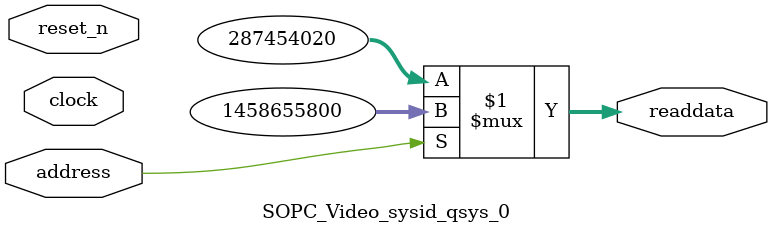
<source format=v>

`timescale 1ns / 1ps
// synthesis translate_on

// turn off superfluous verilog processor warnings 
// altera message_level Level1 
// altera message_off 10034 10035 10036 10037 10230 10240 10030 

module SOPC_Video_sysid_qsys_0 (
               // inputs:
                address,
                clock,
                reset_n,

               // outputs:
                readdata
             )
;

  output  [ 31: 0] readdata;
  input            address;
  input            clock;
  input            reset_n;

  wire    [ 31: 0] readdata;
  //control_slave, which is an e_avalon_slave
  assign readdata = address ? 1458655800 : 287454020;

endmodule




</source>
